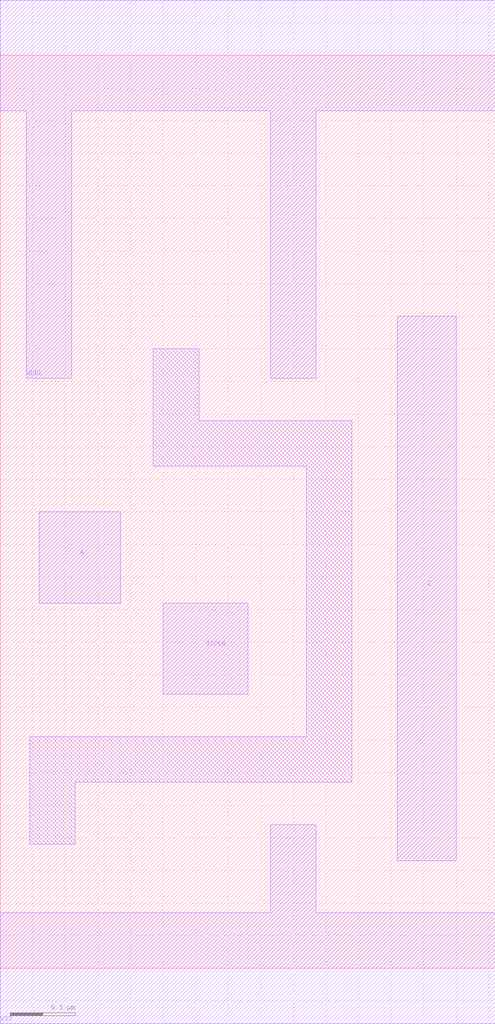
<source format=lef>
# 
# ******************************************************************************
# *                                                                            *
# *                   Copyright (C) 2004-2011, Nangate Inc.                    *
# *                           All rights reserved.                             *
# *                                                                            *
# * Nangate and the Nangate logo are trademarks of Nangate Inc.                *
# *                                                                            *
# * All trademarks, logos, software marks, and trade names (collectively the   *
# * "Marks") in this program are proprietary to Nangate or other respective    *
# * owners that have granted Nangate the right and license to use such Marks.  *
# * You are not permitted to use the Marks without the prior written consent   *
# * of Nangate or such third party that may own the Marks.                     *
# *                                                                            *
# * This file has been provided pursuant to a License Agreement containing     *
# * restrictions on its use. This file contains valuable trade secrets and     *
# * proprietary information of Nangate Inc., and is protected by U.S. and      *
# * international laws and/or treaties.                                        *
# *                                                                            *
# * The copyright notice(s) in this file does not indicate actual or intended  *
# * publication of this file.                                                  *
# *                                                                            *
# *     NGLibraryCreator, v2010.08-HR32-SP3-2010-08-05 - build 1009061800      *
# *                                                                            *
# ******************************************************************************
# 
# 
# Running on server08.nangate.com for user Giancarlo Franciscatto (gfr).
# Local time is now Thu, 6 Jan 2011, 18:10:28.
# Main process id is 3320.

VERSION 5.6 ;
BUSBITCHARS "[]" ;
DIVIDERCHAR "/" ;

MACRO LS_HLEN_X1
  CLASS core ;
  FOREIGN LS_HLEN_X1 0.0 0.0 ;
  ORIGIN 0 0 ;
  SYMMETRY X Y ;
  SITE NCSU_FreePDK_45nm ;
  SIZE 0.76 BY 1.4 ;
  PIN A
    DIRECTION INPUT ;
    ANTENNAPARTIALMETALAREA 0.0175 LAYER metal1 ;
    ANTENNAPARTIALMETALSIDEAREA 0.0689 LAYER metal1 ;
    ANTENNAGATEAREA 0.01925 ;
    PORT
      LAYER metal1 ;
        POLYGON 0.06 0.56 0.185 0.56 0.185 0.7 0.06 0.7  ;
    END
  END A
  PIN ISOLN
    DIRECTION INPUT ;
    ANTENNAPARTIALMETALAREA 0.0182 LAYER metal1 ;
    ANTENNAPARTIALMETALSIDEAREA 0.0702 LAYER metal1 ;
    ANTENNAGATEAREA 0.01925 ;
    PORT
      LAYER metal1 ;
        POLYGON 0.25 0.42 0.38 0.42 0.38 0.56 0.25 0.56  ;
    END
  END ISOLN
  PIN Z
    DIRECTION OUTPUT ;
    ANTENNAPARTIALMETALAREA 0.07515 LAYER metal1 ;
    ANTENNAPARTIALMETALSIDEAREA 0.2405 LAYER metal1 ;
    ANTENNADIFFAREA 0.0378 ;
    PORT
      LAYER metal1 ;
        POLYGON 0.61 0.165 0.7 0.165 0.7 1 0.61 1  ;
    END
  END Z
  PIN VDDL
    DIRECTION INOUT ;
    USE power ;
    SHAPE ABUTMENT ;
    PORT
      LAYER metal1 ;
        POLYGON 0 1.315 0.04 1.315 0.04 0.905 0.11 0.905 0.11 1.315 0.415 1.315 0.415 0.905 0.485 0.905 0.485 1.315 0.54 1.315 0.76 1.315 0.76 1.485 0.54 1.485 0 1.485  ;
    END
  END VDDL
  PIN VSS
    DIRECTION INOUT ;
    USE ground ;
    SHAPE ABUTMENT ;
    PORT
      LAYER metal1 ;
        POLYGON 0 -0.085 0.76 -0.085 0.76 0.085 0.485 0.085 0.485 0.22 0.415 0.22 0.415 0.085 0 0.085  ;
    END
  END VSS
  OBS
      LAYER metal1 ;
        POLYGON 0.235 0.77 0.47 0.77 0.47 0.355 0.045 0.355 0.045 0.19 0.115 0.19 0.115 0.285 0.54 0.285 0.54 0.84 0.305 0.84 0.305 0.95 0.235 0.95  ;
  END
END LS_HLEN_X1

END LIBRARY
#
# End of file
#

</source>
